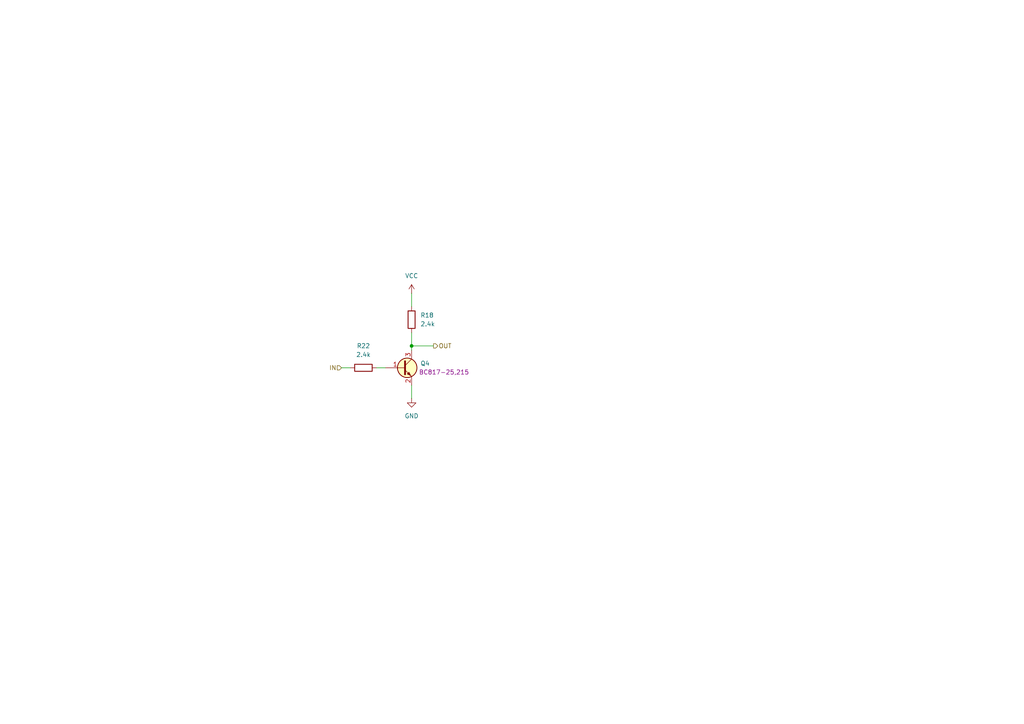
<source format=kicad_sch>
(kicad_sch (version 20250114) (generator "eeschema") (generator_version "9.0")
  (paper "A4")
  (lib_symbols
    (symbol "Resistor_AKL:R_0603" (pin_numbers (hide yes)) (pin_names (offset 0))
      (property "Reference" "R" (at 2.54 1.27 0))
      (property "Value" "R_0603" (at 2.54 -1.27 0))
      (symbol "R_0603_0_1"
        (rectangle (start -1.016 2.54) (end 1.016 -2.54) (stroke (width 0.254)))
      )
      (symbol "R_0603_0_2"
        (polyline (pts (xy -2.54 -2.54) (xy -1.524 -1.524)))
        (polyline (pts (xy 1.524 1.524) (xy 2.54 2.54)))
        (polyline (pts (xy 1.524 1.524) (xy 0.889 2.159) (xy -2.159 -0.889) (xy -0.889 -2.159) (xy 2.159 0.889) (xy 1.524 1.524)) (stroke (width 0.254)))
      )
      (symbol "R_0603_1_1"
        (pin passive line (at 0 3.81 270) (length 1.27) (name "~") (number "1"))
        (pin passive line (at 0 -3.81 90) (length 1.27) (name "~") (number "2"))
      )
      (symbol "R_0603_1_2"
        (pin passive line (at -2.54 -2.54 0) (length 0) (name "") (number "2"))
        (pin passive line (at 2.54 2.54 180) (length 0) (name "") (number "1"))
      )
    )
    (symbol "Transistor_BJT_AKL:BFN26" (pin_names (hide yes))
      (property "Reference" "Q" (at 5.08 1.27 0))
      (property "Value" "BFN26" (at 5.08 -1.27 0))
      (symbol "BFN26_0_1"
        (polyline (pts (xy 0.635 1.905) (xy 0.635 -1.905) (xy 0.635 -1.905)) (stroke (width 0.508)))
        (polyline (pts (xy 0.635 0.635) (xy 2.54 2.54)))
        (polyline (pts (xy 0.635 -0.635) (xy 2.54 -2.54) (xy 2.54 -2.54)))
        (circle (center 1.27 0) (radius 2.8194) (stroke (width 0.254)) (fill (type background)))
        (polyline (pts (xy 1.27 -1.778) (xy 1.778 -1.27) (xy 2.286 -2.286) (xy 1.27 -1.778) (xy 1.27 -1.778)) (fill (type outline)))
      )
      (symbol "BFN26_1_1"
        (pin input line (at -5.08 0 0) (length 5.715) (name "B") (number "1"))
        (pin passive line (at 2.54 5.08 270) (length 2.54) (name "C") (number "3"))
        (pin passive line (at 2.54 -5.08 90) (length 2.54) (name "E") (number "2"))
      )
    )
    (symbol "power:GND" (power) (pin_numbers (hide yes)) (pin_names (offset 0) (hide yes))
      (property "Value" "GND" (at 0 -3.81 0))
      (symbol "GND_0_1"
        (polyline (pts (xy 0 0) (xy 0 -1.27) (xy 1.27 -1.27) (xy 0 -2.54) (xy -1.27 -1.27) (xy 0 -1.27)))
      )
      (symbol "GND_1_1"
        (pin power_in line (at 0 0 270) (length 0) (name "~") (number "1"))
      )
    )
    (symbol "power:VCC" (power) (pin_numbers (hide yes)) (pin_names (offset 0) (hide yes))
      (property "Value" "VCC" (at 0 3.556 0))
      (symbol "VCC_0_1"
        (polyline (pts (xy -0.762 1.27) (xy 0 2.54)))
        (polyline (pts (xy 0 2.54) (xy 0.762 1.27)))
        (polyline (pts (xy 0 0) (xy 0 2.54)))
      )
      (symbol "VCC_1_1"
        (pin power_in line (at 0 0 90) (length 0) (name "~") (number "1"))
      )
    )
  )
  (junction (at 119.38 100.33))
  (wire (pts (xy 119.38 111.76) (xy 119.38 115.57)))
  (wire (pts (xy 119.38 85.09) (xy 119.38 88.9)))
  (wire (pts (xy 119.38 100.33) (xy 119.38 101.6)))
  (wire (pts (xy 119.38 100.33) (xy 125.73 100.33)))
  (wire (pts (xy 99.06 106.68) (xy 101.6 106.68)))
  (wire (pts (xy 109.22 106.68) (xy 111.76 106.68)))
  (wire (pts (xy 119.38 96.52) (xy 119.38 100.33)))
  (hierarchical_label "OUT" (shape output) (at 125.73 100.33 0))
  (hierarchical_label "IN" (shape input) (at 99.06 106.68 180))
  (symbol (lib_id "Resistor_AKL:R_0603") (at 119.38 92.71 180) (unit 1)
    (property "Reference" "R18" (at 121.92 91.4399 0) (effects (justify right)))
    (property "Value" "2.4k" (at 121.92 93.9799 0) (effects (justify right)))
    (property "Footprint" "Resistor_SMD_AKL:R_0603_1608Metric" (effects (hide yes)))
    (property "Description" "SMD 0603 Chip Resistor, European Symbol, Alternate KiCad Library" (effects (hide yes)))
    (instances (project "Diseños de circuitos" (path "" (reference "R18") (unit 1)) (path "" (reference "R20") (unit 1))))
  )
  (symbol (lib_id "power:VCC") (at 119.38 85.09 0) (unit 1)
    (property "Reference" "#PWR028" (effects (hide yes)))
    (property "Value" "VCC" (at 119.38 80.01 0))
    (property "Description" "Power symbol creates a global label with name \"VCC\"" (effects (hide yes)))
    (instances (project "" (path "" (reference "#PWR028") (unit 1)) (path "" (reference "#PWR032") (unit 1))))
  )
  (symbol (lib_id "Resistor_AKL:R_0603") (at 105.41 106.68 90) (unit 1)
    (property "Reference" "R22" (at 105.41 100.33 90))
    (property "Value" "2.4k" (at 105.41 102.87 90))
    (property "Footprint" "Resistor_SMD_AKL:R_0603_1608Metric" (effects (hide yes)))
    (property "Description" "SMD 0603 Chip Resistor, European Symbol, Alternate KiCad Library" (effects (hide yes)))
    (instances (project "Diseños de circuitos" (path "" (reference "R22") (unit 1)) (path "" (reference "R23") (unit 1))))
  )
  (symbol (lib_id "Transistor_BJT_AKL:BFN26") (at 116.84 106.68 0) (unit 1)
    (property "Reference" "Q4" (at 121.92 105.4099 0) (effects (justify left)))
    (property "Value" "BFN26" (effects (hide yes)))
    (property "Footprint" "Package_TO_SOT_SMD_AKL:SOT-23" (effects (hide yes)))
    (property "Datasheet" "https://www.tme.eu/Document/43310f91a0e397761035f1d1abdd24c6/BFN24.pdf" (effects (hide yes)))
    (property "Description" "NPN SOT-23 high voltage transistor, 300V, 200mA, 360mW, Alternate KiCAD Library" (effects (hide yes)))
    (property "Part number" "BC817-25,215" (at 128.778 107.95 0))
    (instances (project "Diseños de circuitos" (path "" (reference "Q4") (unit 1)) (path "" (reference "Q6") (unit 1))))
  )
  (symbol (lib_id "power:GND") (at 119.38 115.57 0) (unit 1)
    (property "Reference" "#PWR030" (effects (hide yes)))
    (property "Value" "GND" (at 119.38 120.65 0))
    (property "Description" "Power symbol creates a global label with name \"GND\" , ground" (effects (hide yes)))
    (instances (project "Diseños de circuitos" (path "" (reference "#PWR030") (unit 1)) (path "" (reference "#PWR034") (unit 1))))
  )
)
</source>
